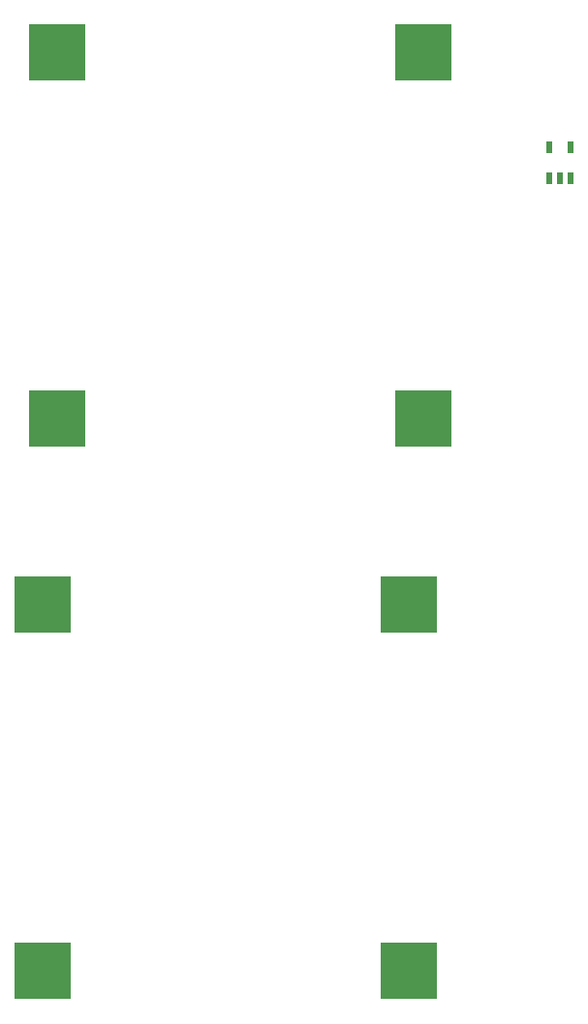
<source format=gbr>
G04 EAGLE Gerber RS-274X export*
G75*
%MOMM*%
%FSLAX34Y34*%
%LPD*%
%INSolderpaste Top*%
%IPPOS*%
%AMOC8*
5,1,8,0,0,1.08239X$1,22.5*%
G01*
%ADD10R,0.600000X1.050000*%
%ADD11R,5.000000X5.000000*%


D10*
X498500Y735800D03*
X508000Y735800D03*
X517500Y735800D03*
X517500Y762800D03*
X498500Y762800D03*
D11*
X68600Y845800D03*
X68600Y525800D03*
X388600Y525800D03*
X388600Y845800D03*
X55900Y363200D03*
X55900Y43200D03*
X375900Y43200D03*
X375900Y363200D03*
M02*

</source>
